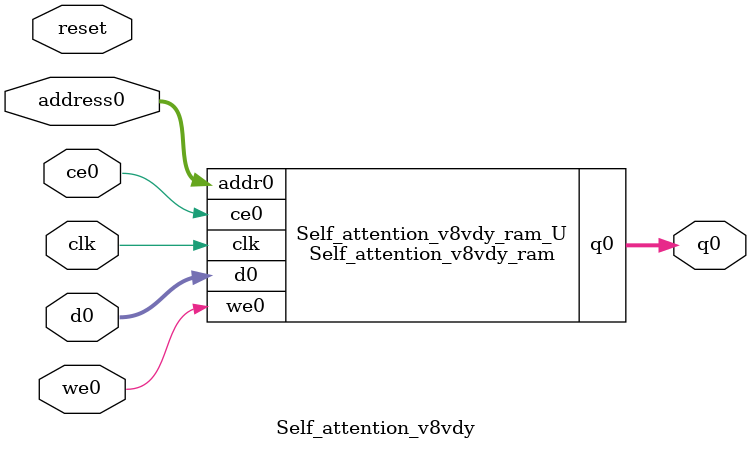
<source format=v>
`timescale 1 ns / 1 ps
module Self_attention_v8vdy_ram (addr0, ce0, d0, we0, q0,  clk);

parameter DWIDTH = 32;
parameter AWIDTH = 4;
parameter MEM_SIZE = 9;

input[AWIDTH-1:0] addr0;
input ce0;
input[DWIDTH-1:0] d0;
input we0;
output reg[DWIDTH-1:0] q0;
input clk;

(* ram_style = "distributed" *)reg [DWIDTH-1:0] ram[0:MEM_SIZE-1];




always @(posedge clk)  
begin 
    if (ce0) begin
        if (we0) 
            ram[addr0] <= d0; 
        q0 <= ram[addr0];
    end
end


endmodule

`timescale 1 ns / 1 ps
module Self_attention_v8vdy(
    reset,
    clk,
    address0,
    ce0,
    we0,
    d0,
    q0);

parameter DataWidth = 32'd32;
parameter AddressRange = 32'd9;
parameter AddressWidth = 32'd4;
input reset;
input clk;
input[AddressWidth - 1:0] address0;
input ce0;
input we0;
input[DataWidth - 1:0] d0;
output[DataWidth - 1:0] q0;



Self_attention_v8vdy_ram Self_attention_v8vdy_ram_U(
    .clk( clk ),
    .addr0( address0 ),
    .ce0( ce0 ),
    .we0( we0 ),
    .d0( d0 ),
    .q0( q0 ));

endmodule


</source>
